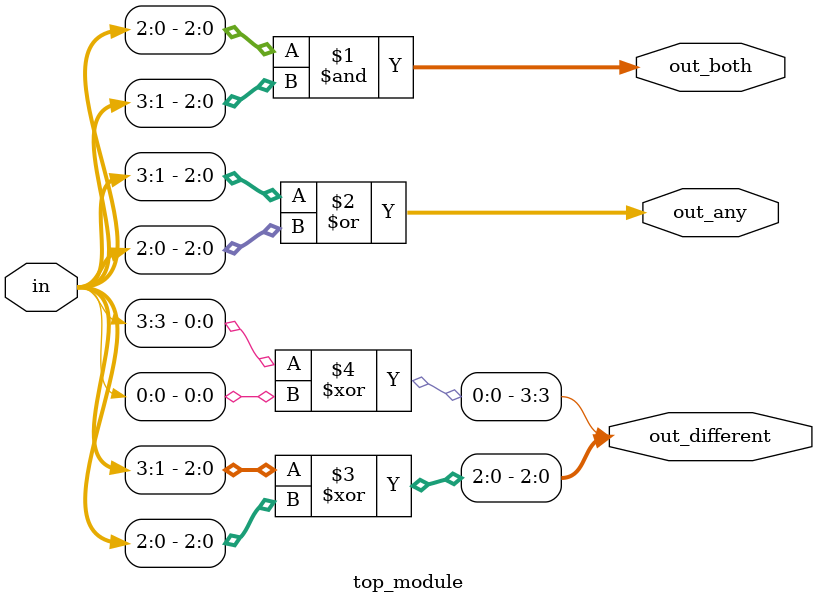
<source format=v>
module top_module( 
    input [3:0] in,
    output [2:0] out_both,
    output [3:1] out_any,
    output [3:0] out_different );

    assign out_both = in[2:0] & in[3:1] ;
    assign out_any =  in[3:1] | in[2:0];
    assign out_different[2:0]  =  in[3:1] ^ in[2:0] ;
    assign out_different[3] = in[3] ^ in[0];
endmodule

</source>
